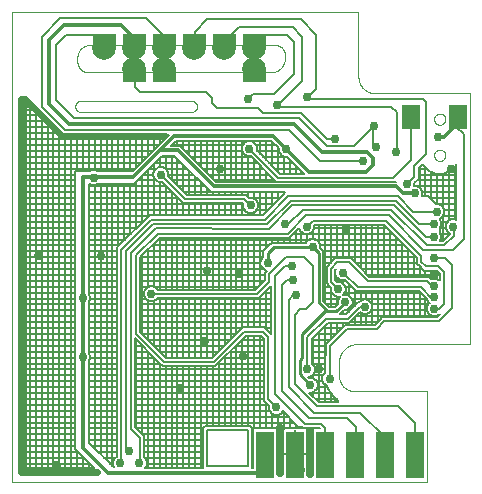
<source format=gbl>
G75*
%MOIN*%
%OFA0B0*%
%FSLAX25Y25*%
%IPPOS*%
%LPD*%
%AMOC8*
5,1,8,0,0,1.08239X$1,22.5*
%
%ADD10C,0.00394*%
%ADD11R,0.03937X0.03937*%
%ADD12R,0.06298X0.06298*%
%ADD13R,0.05906X0.05906*%
%ADD14C,0.00000*%
%ADD15C,0.07913*%
%ADD16C,0.02978*%
%ADD17C,0.00787*%
%ADD18C,0.02400*%
%ADD19C,0.02000*%
%ADD20C,0.02756*%
%ADD21C,0.01000*%
%ADD22C,0.01200*%
%ADD23C,0.00800*%
D10*
X0022784Y0008696D02*
X0160949Y0008696D01*
X0160949Y0038821D01*
X0136952Y0038821D01*
X0136810Y0038823D01*
X0136668Y0038829D01*
X0136526Y0038839D01*
X0136385Y0038852D01*
X0136244Y0038870D01*
X0136103Y0038891D01*
X0135963Y0038917D01*
X0135824Y0038946D01*
X0135686Y0038979D01*
X0135549Y0039016D01*
X0135413Y0039056D01*
X0135278Y0039100D01*
X0135144Y0039148D01*
X0135011Y0039200D01*
X0134880Y0039255D01*
X0134751Y0039314D01*
X0134623Y0039377D01*
X0134498Y0039443D01*
X0134373Y0039512D01*
X0134251Y0039585D01*
X0134131Y0039661D01*
X0134013Y0039740D01*
X0133898Y0039823D01*
X0133785Y0039908D01*
X0133674Y0039997D01*
X0133565Y0040089D01*
X0133459Y0040184D01*
X0133356Y0040282D01*
X0133256Y0040382D01*
X0133158Y0040485D01*
X0133063Y0040591D01*
X0132971Y0040700D01*
X0132882Y0040811D01*
X0132797Y0040924D01*
X0132714Y0041039D01*
X0132635Y0041157D01*
X0132559Y0041277D01*
X0132486Y0041400D01*
X0132417Y0041524D01*
X0132351Y0041649D01*
X0132288Y0041777D01*
X0132229Y0041906D01*
X0132174Y0042037D01*
X0132122Y0042170D01*
X0132074Y0042304D01*
X0132030Y0042439D01*
X0131990Y0042575D01*
X0131953Y0042712D01*
X0131920Y0042850D01*
X0131891Y0042989D01*
X0131865Y0043129D01*
X0131844Y0043270D01*
X0131826Y0043411D01*
X0131813Y0043552D01*
X0131803Y0043694D01*
X0131797Y0043836D01*
X0131795Y0043978D01*
X0131795Y0048540D01*
X0131797Y0048694D01*
X0131803Y0048848D01*
X0131813Y0049001D01*
X0131827Y0049154D01*
X0131844Y0049307D01*
X0131866Y0049459D01*
X0131892Y0049611D01*
X0131921Y0049762D01*
X0131955Y0049912D01*
X0131992Y0050062D01*
X0132033Y0050210D01*
X0132078Y0050357D01*
X0132127Y0050503D01*
X0132179Y0050648D01*
X0132235Y0050791D01*
X0132295Y0050933D01*
X0132358Y0051073D01*
X0132425Y0051211D01*
X0132496Y0051348D01*
X0132570Y0051483D01*
X0132648Y0051616D01*
X0132728Y0051747D01*
X0132813Y0051876D01*
X0132900Y0052002D01*
X0132991Y0052126D01*
X0133085Y0052248D01*
X0133182Y0052368D01*
X0133282Y0052484D01*
X0133385Y0052599D01*
X0133491Y0052710D01*
X0133600Y0052819D01*
X0133711Y0052925D01*
X0133826Y0053028D01*
X0133942Y0053128D01*
X0134062Y0053225D01*
X0134184Y0053319D01*
X0134308Y0053410D01*
X0134434Y0053497D01*
X0134563Y0053582D01*
X0134694Y0053662D01*
X0134827Y0053740D01*
X0134962Y0053814D01*
X0135099Y0053885D01*
X0135237Y0053952D01*
X0135377Y0054015D01*
X0135519Y0054075D01*
X0135662Y0054131D01*
X0135807Y0054183D01*
X0135953Y0054232D01*
X0136100Y0054277D01*
X0136248Y0054318D01*
X0136398Y0054355D01*
X0136548Y0054389D01*
X0136699Y0054418D01*
X0136851Y0054444D01*
X0137003Y0054466D01*
X0137156Y0054483D01*
X0137309Y0054497D01*
X0137462Y0054507D01*
X0137616Y0054513D01*
X0137770Y0054515D01*
X0137770Y0054516D02*
X0175455Y0054516D01*
X0175455Y0138091D01*
X0143886Y0138091D01*
X0143738Y0138093D01*
X0143590Y0138099D01*
X0143443Y0138108D01*
X0143296Y0138122D01*
X0143149Y0138139D01*
X0143002Y0138161D01*
X0142857Y0138186D01*
X0142712Y0138214D01*
X0142568Y0138247D01*
X0142424Y0138283D01*
X0142282Y0138324D01*
X0142141Y0138367D01*
X0142001Y0138415D01*
X0141862Y0138466D01*
X0141725Y0138521D01*
X0141589Y0138579D01*
X0141454Y0138641D01*
X0141322Y0138707D01*
X0141191Y0138775D01*
X0141062Y0138848D01*
X0140935Y0138923D01*
X0140810Y0139002D01*
X0140687Y0139084D01*
X0140566Y0139170D01*
X0140448Y0139258D01*
X0140332Y0139350D01*
X0140218Y0139444D01*
X0140107Y0139542D01*
X0139998Y0139642D01*
X0139892Y0139745D01*
X0139789Y0139851D01*
X0139689Y0139960D01*
X0139591Y0140071D01*
X0139497Y0140185D01*
X0139405Y0140301D01*
X0139317Y0140419D01*
X0139231Y0140540D01*
X0139149Y0140663D01*
X0139070Y0140788D01*
X0138995Y0140915D01*
X0138922Y0141044D01*
X0138854Y0141175D01*
X0138788Y0141307D01*
X0138726Y0141442D01*
X0138668Y0141578D01*
X0138613Y0141715D01*
X0138562Y0141854D01*
X0138514Y0141994D01*
X0138471Y0142135D01*
X0138430Y0142277D01*
X0138394Y0142421D01*
X0138361Y0142565D01*
X0138333Y0142710D01*
X0138308Y0142855D01*
X0138286Y0143002D01*
X0138269Y0143149D01*
X0138255Y0143296D01*
X0138246Y0143443D01*
X0138240Y0143591D01*
X0138238Y0143739D01*
X0138239Y0143739D02*
X0138239Y0165285D01*
X0022784Y0165285D01*
X0022784Y0008696D01*
X0045436Y0131992D02*
X0082738Y0131992D01*
X0082818Y0131994D01*
X0082897Y0132000D01*
X0082977Y0132009D01*
X0083055Y0132022D01*
X0083133Y0132039D01*
X0083210Y0132060D01*
X0083286Y0132084D01*
X0083361Y0132112D01*
X0083435Y0132144D01*
X0083506Y0132178D01*
X0083577Y0132217D01*
X0083645Y0132258D01*
X0083711Y0132303D01*
X0083775Y0132351D01*
X0083836Y0132402D01*
X0083895Y0132455D01*
X0083952Y0132512D01*
X0084005Y0132571D01*
X0084056Y0132632D01*
X0084104Y0132696D01*
X0084149Y0132762D01*
X0084190Y0132831D01*
X0084229Y0132901D01*
X0084263Y0132972D01*
X0084295Y0133046D01*
X0084323Y0133121D01*
X0084347Y0133197D01*
X0084368Y0133274D01*
X0084385Y0133352D01*
X0084398Y0133430D01*
X0084407Y0133510D01*
X0084413Y0133589D01*
X0084415Y0133669D01*
X0084413Y0133755D01*
X0084407Y0133841D01*
X0084398Y0133927D01*
X0084385Y0134013D01*
X0084368Y0134097D01*
X0084348Y0134181D01*
X0084323Y0134264D01*
X0084296Y0134346D01*
X0084264Y0134426D01*
X0084230Y0134505D01*
X0084191Y0134583D01*
X0084150Y0134659D01*
X0084105Y0134732D01*
X0084057Y0134804D01*
X0084006Y0134874D01*
X0083952Y0134941D01*
X0083895Y0135006D01*
X0083835Y0135068D01*
X0083773Y0135128D01*
X0083708Y0135185D01*
X0083641Y0135239D01*
X0083571Y0135290D01*
X0083499Y0135338D01*
X0083426Y0135383D01*
X0083350Y0135424D01*
X0083272Y0135463D01*
X0083193Y0135497D01*
X0083113Y0135529D01*
X0083031Y0135556D01*
X0082948Y0135581D01*
X0082864Y0135601D01*
X0082780Y0135618D01*
X0082694Y0135631D01*
X0082608Y0135640D01*
X0082522Y0135646D01*
X0082436Y0135648D01*
X0081529Y0135648D01*
X0081529Y0135647D01*
X0081528Y0135646D01*
X0081527Y0135646D01*
X0045655Y0135646D01*
X0045656Y0135646D02*
X0045573Y0135644D01*
X0045491Y0135638D01*
X0045409Y0135629D01*
X0045328Y0135616D01*
X0045247Y0135599D01*
X0045167Y0135578D01*
X0045088Y0135554D01*
X0045011Y0135526D01*
X0044934Y0135494D01*
X0044860Y0135459D01*
X0044787Y0135421D01*
X0044715Y0135379D01*
X0044646Y0135334D01*
X0044579Y0135286D01*
X0044515Y0135235D01*
X0044452Y0135180D01*
X0044393Y0135123D01*
X0044336Y0135064D01*
X0044281Y0135002D01*
X0044230Y0134937D01*
X0044182Y0134870D01*
X0044137Y0134801D01*
X0044095Y0134730D01*
X0044057Y0134657D01*
X0044022Y0134582D01*
X0043990Y0134506D01*
X0043962Y0134428D01*
X0043937Y0134350D01*
X0043917Y0134270D01*
X0043900Y0134189D01*
X0043886Y0134108D01*
X0043877Y0134026D01*
X0043871Y0133943D01*
X0043869Y0133861D01*
X0043869Y0133559D01*
X0043871Y0133482D01*
X0043877Y0133405D01*
X0043886Y0133329D01*
X0043899Y0133253D01*
X0043916Y0133178D01*
X0043936Y0133104D01*
X0043961Y0133031D01*
X0043988Y0132959D01*
X0044019Y0132889D01*
X0044054Y0132820D01*
X0044092Y0132753D01*
X0044133Y0132688D01*
X0044177Y0132626D01*
X0044225Y0132565D01*
X0044275Y0132507D01*
X0044328Y0132451D01*
X0044384Y0132398D01*
X0044442Y0132348D01*
X0044503Y0132300D01*
X0044565Y0132256D01*
X0044630Y0132215D01*
X0044697Y0132177D01*
X0044766Y0132142D01*
X0044836Y0132111D01*
X0044908Y0132084D01*
X0044981Y0132059D01*
X0045055Y0132039D01*
X0045130Y0132022D01*
X0045206Y0132009D01*
X0045282Y0132000D01*
X0045359Y0131994D01*
X0045436Y0131992D01*
X0048098Y0145156D02*
X0109088Y0145156D01*
X0109089Y0145156D02*
X0109224Y0145159D01*
X0109360Y0145165D01*
X0109495Y0145176D01*
X0109630Y0145190D01*
X0109764Y0145208D01*
X0109898Y0145230D01*
X0110031Y0145257D01*
X0110163Y0145286D01*
X0110294Y0145320D01*
X0110425Y0145358D01*
X0110554Y0145399D01*
X0110682Y0145444D01*
X0110808Y0145493D01*
X0110933Y0145545D01*
X0111057Y0145602D01*
X0111179Y0145661D01*
X0111299Y0145724D01*
X0111417Y0145791D01*
X0111533Y0145861D01*
X0111647Y0145934D01*
X0111759Y0146011D01*
X0111868Y0146091D01*
X0111976Y0146174D01*
X0112080Y0146260D01*
X0112183Y0146349D01*
X0112282Y0146441D01*
X0112379Y0146536D01*
X0112473Y0146634D01*
X0112564Y0146734D01*
X0112652Y0146837D01*
X0112738Y0146943D01*
X0112820Y0147051D01*
X0112899Y0147161D01*
X0112974Y0147273D01*
X0113047Y0147388D01*
X0113116Y0147505D01*
X0113181Y0147623D01*
X0113243Y0147744D01*
X0113302Y0147866D01*
X0113357Y0147990D01*
X0113408Y0148116D01*
X0113456Y0148243D01*
X0113500Y0148371D01*
X0113540Y0148501D01*
X0113576Y0148631D01*
X0113609Y0148763D01*
X0113638Y0148895D01*
X0113663Y0149029D01*
X0113684Y0149163D01*
X0113701Y0149297D01*
X0113714Y0149432D01*
X0113723Y0149567D01*
X0113729Y0149703D01*
X0113730Y0149839D01*
X0113729Y0149838D02*
X0113729Y0150957D01*
X0113727Y0151069D01*
X0113721Y0151180D01*
X0113712Y0151292D01*
X0113699Y0151403D01*
X0113681Y0151513D01*
X0113661Y0151623D01*
X0113636Y0151732D01*
X0113608Y0151840D01*
X0113576Y0151947D01*
X0113540Y0152053D01*
X0113501Y0152158D01*
X0113458Y0152261D01*
X0113412Y0152363D01*
X0113362Y0152463D01*
X0113309Y0152562D01*
X0113252Y0152658D01*
X0113193Y0152753D01*
X0113130Y0152845D01*
X0113064Y0152935D01*
X0112995Y0153023D01*
X0112923Y0153109D01*
X0112848Y0153192D01*
X0112770Y0153272D01*
X0112690Y0153350D01*
X0112607Y0153425D01*
X0112521Y0153497D01*
X0112433Y0153566D01*
X0112343Y0153632D01*
X0112251Y0153695D01*
X0112156Y0153754D01*
X0112060Y0153811D01*
X0111961Y0153864D01*
X0111861Y0153914D01*
X0111759Y0153960D01*
X0111656Y0154003D01*
X0111551Y0154042D01*
X0111445Y0154078D01*
X0111338Y0154110D01*
X0111230Y0154138D01*
X0111121Y0154163D01*
X0111011Y0154183D01*
X0110901Y0154201D01*
X0110790Y0154214D01*
X0110678Y0154223D01*
X0110567Y0154229D01*
X0110455Y0154231D01*
X0110455Y0154230D02*
X0048720Y0154230D01*
X0048592Y0154228D01*
X0048464Y0154222D01*
X0048337Y0154212D01*
X0048210Y0154199D01*
X0048083Y0154181D01*
X0047957Y0154159D01*
X0047831Y0154134D01*
X0047707Y0154105D01*
X0047583Y0154071D01*
X0047461Y0154035D01*
X0047339Y0153994D01*
X0047219Y0153949D01*
X0047101Y0153901D01*
X0046984Y0153850D01*
X0046868Y0153795D01*
X0046755Y0153736D01*
X0046643Y0153673D01*
X0046533Y0153608D01*
X0046425Y0153539D01*
X0046320Y0153466D01*
X0046217Y0153391D01*
X0046116Y0153312D01*
X0046017Y0153231D01*
X0045921Y0153146D01*
X0045828Y0153058D01*
X0045738Y0152968D01*
X0045650Y0152875D01*
X0045565Y0152779D01*
X0045484Y0152680D01*
X0045405Y0152579D01*
X0045330Y0152476D01*
X0045257Y0152371D01*
X0045188Y0152263D01*
X0045123Y0152153D01*
X0045060Y0152041D01*
X0045001Y0151928D01*
X0044946Y0151812D01*
X0044895Y0151695D01*
X0044847Y0151577D01*
X0044802Y0151457D01*
X0044761Y0151335D01*
X0044725Y0151213D01*
X0044691Y0151089D01*
X0044662Y0150965D01*
X0044637Y0150839D01*
X0044615Y0150713D01*
X0044597Y0150586D01*
X0044584Y0150459D01*
X0044574Y0150332D01*
X0044568Y0150204D01*
X0044566Y0150076D01*
X0044566Y0148688D01*
X0044568Y0148570D01*
X0044574Y0148452D01*
X0044584Y0148334D01*
X0044598Y0148217D01*
X0044615Y0148101D01*
X0044637Y0147984D01*
X0044662Y0147869D01*
X0044691Y0147755D01*
X0044725Y0147642D01*
X0044761Y0147529D01*
X0044802Y0147419D01*
X0044846Y0147309D01*
X0044894Y0147201D01*
X0044946Y0147095D01*
X0045001Y0146991D01*
X0045059Y0146888D01*
X0045121Y0146787D01*
X0045186Y0146689D01*
X0045254Y0146593D01*
X0045326Y0146499D01*
X0045401Y0146408D01*
X0045478Y0146319D01*
X0045559Y0146233D01*
X0045643Y0146149D01*
X0045729Y0146068D01*
X0045818Y0145991D01*
X0045909Y0145916D01*
X0046003Y0145844D01*
X0046099Y0145776D01*
X0046197Y0145711D01*
X0046298Y0145649D01*
X0046401Y0145591D01*
X0046505Y0145536D01*
X0046611Y0145484D01*
X0046719Y0145436D01*
X0046829Y0145392D01*
X0046939Y0145351D01*
X0047052Y0145315D01*
X0047165Y0145281D01*
X0047279Y0145252D01*
X0047394Y0145227D01*
X0047511Y0145205D01*
X0047627Y0145188D01*
X0047744Y0145174D01*
X0047862Y0145164D01*
X0047980Y0145158D01*
X0048098Y0145156D01*
D11*
X0051800Y0155887D03*
X0055343Y0155887D03*
X0061800Y0155887D03*
X0065343Y0155887D03*
X0071800Y0155887D03*
X0075343Y0155887D03*
X0081800Y0155887D03*
X0085343Y0155887D03*
X0091800Y0155887D03*
X0095343Y0155887D03*
X0101800Y0155887D03*
X0105343Y0155887D03*
X0105343Y0143977D03*
X0101800Y0143977D03*
X0075348Y0143977D03*
X0071805Y0143977D03*
X0065348Y0143977D03*
X0061805Y0143977D03*
D12*
X0107127Y0022394D03*
X0107127Y0017729D03*
X0107127Y0013000D03*
X0117127Y0013000D03*
X0117127Y0017729D03*
X0117127Y0022394D03*
X0127127Y0022394D03*
X0127127Y0017729D03*
X0127127Y0013000D03*
X0137127Y0013000D03*
X0137127Y0017729D03*
X0137127Y0022394D03*
X0147127Y0022394D03*
X0147127Y0017729D03*
X0147127Y0013000D03*
X0157127Y0013000D03*
X0157127Y0017729D03*
X0157127Y0022394D03*
D13*
X0155848Y0129383D03*
X0155848Y0131306D03*
X0171535Y0131306D03*
X0171535Y0129383D03*
D14*
X0163466Y0129512D02*
X0163468Y0129598D01*
X0163474Y0129685D01*
X0163484Y0129770D01*
X0163498Y0129856D01*
X0163516Y0129940D01*
X0163537Y0130024D01*
X0163563Y0130106D01*
X0163592Y0130188D01*
X0163625Y0130267D01*
X0163662Y0130346D01*
X0163702Y0130422D01*
X0163746Y0130496D01*
X0163793Y0130569D01*
X0163844Y0130639D01*
X0163897Y0130707D01*
X0163954Y0130772D01*
X0164014Y0130834D01*
X0164076Y0130894D01*
X0164141Y0130951D01*
X0164209Y0131004D01*
X0164279Y0131055D01*
X0164352Y0131102D01*
X0164426Y0131146D01*
X0164502Y0131186D01*
X0164581Y0131223D01*
X0164660Y0131256D01*
X0164742Y0131285D01*
X0164824Y0131311D01*
X0164908Y0131332D01*
X0164992Y0131350D01*
X0165078Y0131364D01*
X0165163Y0131374D01*
X0165250Y0131380D01*
X0165336Y0131382D01*
X0165422Y0131380D01*
X0165509Y0131374D01*
X0165594Y0131364D01*
X0165680Y0131350D01*
X0165764Y0131332D01*
X0165848Y0131311D01*
X0165930Y0131285D01*
X0166012Y0131256D01*
X0166091Y0131223D01*
X0166170Y0131186D01*
X0166246Y0131146D01*
X0166320Y0131102D01*
X0166393Y0131055D01*
X0166463Y0131004D01*
X0166531Y0130951D01*
X0166596Y0130894D01*
X0166658Y0130834D01*
X0166718Y0130772D01*
X0166775Y0130707D01*
X0166828Y0130639D01*
X0166879Y0130569D01*
X0166926Y0130496D01*
X0166970Y0130422D01*
X0167010Y0130346D01*
X0167047Y0130267D01*
X0167080Y0130188D01*
X0167109Y0130106D01*
X0167135Y0130024D01*
X0167156Y0129940D01*
X0167174Y0129856D01*
X0167188Y0129770D01*
X0167198Y0129685D01*
X0167204Y0129598D01*
X0167206Y0129512D01*
X0167204Y0129426D01*
X0167198Y0129339D01*
X0167188Y0129254D01*
X0167174Y0129168D01*
X0167156Y0129084D01*
X0167135Y0129000D01*
X0167109Y0128918D01*
X0167080Y0128836D01*
X0167047Y0128757D01*
X0167010Y0128678D01*
X0166970Y0128602D01*
X0166926Y0128528D01*
X0166879Y0128455D01*
X0166828Y0128385D01*
X0166775Y0128317D01*
X0166718Y0128252D01*
X0166658Y0128190D01*
X0166596Y0128130D01*
X0166531Y0128073D01*
X0166463Y0128020D01*
X0166393Y0127969D01*
X0166320Y0127922D01*
X0166246Y0127878D01*
X0166170Y0127838D01*
X0166091Y0127801D01*
X0166012Y0127768D01*
X0165930Y0127739D01*
X0165848Y0127713D01*
X0165764Y0127692D01*
X0165680Y0127674D01*
X0165594Y0127660D01*
X0165509Y0127650D01*
X0165422Y0127644D01*
X0165336Y0127642D01*
X0165250Y0127644D01*
X0165163Y0127650D01*
X0165078Y0127660D01*
X0164992Y0127674D01*
X0164908Y0127692D01*
X0164824Y0127713D01*
X0164742Y0127739D01*
X0164660Y0127768D01*
X0164581Y0127801D01*
X0164502Y0127838D01*
X0164426Y0127878D01*
X0164352Y0127922D01*
X0164279Y0127969D01*
X0164209Y0128020D01*
X0164141Y0128073D01*
X0164076Y0128130D01*
X0164014Y0128190D01*
X0163954Y0128252D01*
X0163897Y0128317D01*
X0163844Y0128385D01*
X0163793Y0128455D01*
X0163746Y0128528D01*
X0163702Y0128602D01*
X0163662Y0128678D01*
X0163625Y0128757D01*
X0163592Y0128836D01*
X0163563Y0128918D01*
X0163537Y0129000D01*
X0163516Y0129084D01*
X0163498Y0129168D01*
X0163484Y0129254D01*
X0163474Y0129339D01*
X0163468Y0129426D01*
X0163466Y0129512D01*
X0163466Y0117480D02*
X0163468Y0117566D01*
X0163474Y0117653D01*
X0163484Y0117738D01*
X0163498Y0117824D01*
X0163516Y0117908D01*
X0163537Y0117992D01*
X0163563Y0118074D01*
X0163592Y0118156D01*
X0163625Y0118235D01*
X0163662Y0118314D01*
X0163702Y0118390D01*
X0163746Y0118464D01*
X0163793Y0118537D01*
X0163844Y0118607D01*
X0163897Y0118675D01*
X0163954Y0118740D01*
X0164014Y0118802D01*
X0164076Y0118862D01*
X0164141Y0118919D01*
X0164209Y0118972D01*
X0164279Y0119023D01*
X0164352Y0119070D01*
X0164426Y0119114D01*
X0164502Y0119154D01*
X0164581Y0119191D01*
X0164660Y0119224D01*
X0164742Y0119253D01*
X0164824Y0119279D01*
X0164908Y0119300D01*
X0164992Y0119318D01*
X0165078Y0119332D01*
X0165163Y0119342D01*
X0165250Y0119348D01*
X0165336Y0119350D01*
X0165422Y0119348D01*
X0165509Y0119342D01*
X0165594Y0119332D01*
X0165680Y0119318D01*
X0165764Y0119300D01*
X0165848Y0119279D01*
X0165930Y0119253D01*
X0166012Y0119224D01*
X0166091Y0119191D01*
X0166170Y0119154D01*
X0166246Y0119114D01*
X0166320Y0119070D01*
X0166393Y0119023D01*
X0166463Y0118972D01*
X0166531Y0118919D01*
X0166596Y0118862D01*
X0166658Y0118802D01*
X0166718Y0118740D01*
X0166775Y0118675D01*
X0166828Y0118607D01*
X0166879Y0118537D01*
X0166926Y0118464D01*
X0166970Y0118390D01*
X0167010Y0118314D01*
X0167047Y0118235D01*
X0167080Y0118156D01*
X0167109Y0118074D01*
X0167135Y0117992D01*
X0167156Y0117908D01*
X0167174Y0117824D01*
X0167188Y0117738D01*
X0167198Y0117653D01*
X0167204Y0117566D01*
X0167206Y0117480D01*
X0167204Y0117394D01*
X0167198Y0117307D01*
X0167188Y0117222D01*
X0167174Y0117136D01*
X0167156Y0117052D01*
X0167135Y0116968D01*
X0167109Y0116886D01*
X0167080Y0116804D01*
X0167047Y0116725D01*
X0167010Y0116646D01*
X0166970Y0116570D01*
X0166926Y0116496D01*
X0166879Y0116423D01*
X0166828Y0116353D01*
X0166775Y0116285D01*
X0166718Y0116220D01*
X0166658Y0116158D01*
X0166596Y0116098D01*
X0166531Y0116041D01*
X0166463Y0115988D01*
X0166393Y0115937D01*
X0166320Y0115890D01*
X0166246Y0115846D01*
X0166170Y0115806D01*
X0166091Y0115769D01*
X0166012Y0115736D01*
X0165930Y0115707D01*
X0165848Y0115681D01*
X0165764Y0115660D01*
X0165680Y0115642D01*
X0165594Y0115628D01*
X0165509Y0115618D01*
X0165422Y0115612D01*
X0165336Y0115610D01*
X0165250Y0115612D01*
X0165163Y0115618D01*
X0165078Y0115628D01*
X0164992Y0115642D01*
X0164908Y0115660D01*
X0164824Y0115681D01*
X0164742Y0115707D01*
X0164660Y0115736D01*
X0164581Y0115769D01*
X0164502Y0115806D01*
X0164426Y0115846D01*
X0164352Y0115890D01*
X0164279Y0115937D01*
X0164209Y0115988D01*
X0164141Y0116041D01*
X0164076Y0116098D01*
X0164014Y0116158D01*
X0163954Y0116220D01*
X0163897Y0116285D01*
X0163844Y0116353D01*
X0163793Y0116423D01*
X0163746Y0116496D01*
X0163702Y0116570D01*
X0163662Y0116646D01*
X0163625Y0116725D01*
X0163592Y0116804D01*
X0163563Y0116886D01*
X0163537Y0116968D01*
X0163516Y0117052D01*
X0163498Y0117136D01*
X0163484Y0117222D01*
X0163474Y0117307D01*
X0163468Y0117394D01*
X0163466Y0117480D01*
D15*
X0103574Y0146342D03*
X0103574Y0153137D03*
X0093574Y0153137D03*
X0083574Y0153137D03*
X0073574Y0153137D03*
X0073574Y0146342D03*
X0063574Y0146342D03*
X0063574Y0153137D03*
X0053574Y0153137D03*
D16*
X0028189Y0134660D03*
X0049977Y0110061D03*
X0072391Y0111059D03*
X0092146Y0112762D03*
X0101842Y0119647D03*
X0114136Y0119504D03*
X0110952Y0134111D03*
X0101506Y0136216D03*
X0121241Y0136920D03*
X0130276Y0123010D03*
X0139832Y0115620D03*
X0144044Y0120114D03*
X0150737Y0118539D03*
X0143280Y0127150D03*
X0154280Y0107909D03*
X0156996Y0104833D03*
X0164328Y0098684D03*
X0163343Y0094661D03*
X0163343Y0090309D03*
X0163335Y0083263D03*
X0163572Y0077673D03*
X0163572Y0073893D03*
X0163572Y0070114D03*
X0163572Y0066334D03*
X0140423Y0066938D03*
X0133808Y0068539D03*
X0131446Y0072870D03*
X0133021Y0078382D03*
X0122949Y0087025D03*
X0115968Y0080731D03*
X0116306Y0075886D03*
X0117529Y0071014D03*
X0108054Y0081526D03*
X0098550Y0077877D03*
X0087891Y0078814D03*
X0069241Y0071295D03*
X0052312Y0083893D03*
X0046274Y0069896D03*
X0031446Y0083893D03*
X0046266Y0050160D03*
X0078844Y0040034D03*
X0087022Y0055408D03*
X0099634Y0050480D03*
X0110857Y0033496D03*
X0122163Y0040859D03*
X0121209Y0046098D03*
X0125202Y0046262D03*
X0128690Y0042948D03*
X0106934Y0013418D03*
X0119092Y0012605D03*
X0065256Y0014854D03*
X0061871Y0018958D03*
X0058757Y0014740D03*
X0037785Y0014313D03*
X0113657Y0094594D03*
X0121008Y0093729D03*
X0134132Y0093019D03*
X0102312Y0100822D03*
X0164759Y0123504D03*
X0168995Y0112861D03*
X0169871Y0093736D03*
D17*
X0170015Y0093682D02*
X0170015Y0090566D01*
X0166901Y0087452D01*
X0161048Y0087452D01*
X0149210Y0099290D01*
X0119694Y0099290D01*
X0114834Y0094430D01*
X0113838Y0094430D01*
X0114642Y0091383D02*
X0071370Y0091383D01*
X0064108Y0084121D01*
X0064108Y0058038D01*
X0073584Y0048562D01*
X0089927Y0048562D01*
X0100056Y0058690D01*
X0106293Y0058690D01*
X0108230Y0056753D01*
X0108230Y0036182D01*
X0110788Y0033624D01*
X0108400Y0034051D02*
X0108374Y0033989D01*
X0108374Y0033002D01*
X0108752Y0032089D01*
X0109451Y0031391D01*
X0110363Y0031013D01*
X0111351Y0031013D01*
X0112263Y0031391D01*
X0112949Y0032076D01*
X0117958Y0027067D01*
X0119307Y0027067D01*
X0119837Y0026536D01*
X0113567Y0026536D01*
X0112985Y0025954D01*
X0112985Y0013287D01*
X0111270Y0013287D01*
X0111270Y0025954D01*
X0110688Y0026536D01*
X0103567Y0026536D01*
X0102985Y0025954D01*
X0102985Y0013300D01*
X0102799Y0013300D01*
X0102838Y0013339D01*
X0102838Y0025309D01*
X0102838Y0026464D01*
X0102022Y0027280D01*
X0087097Y0027280D01*
X0086281Y0026464D01*
X0086281Y0014494D01*
X0086281Y0014494D01*
X0086281Y0014061D01*
X0086281Y0013339D01*
X0086320Y0013300D01*
X0067213Y0013300D01*
X0067360Y0013447D01*
X0067738Y0014360D01*
X0067738Y0015347D01*
X0067360Y0016260D01*
X0066787Y0016833D01*
X0066787Y0023924D01*
X0065974Y0024737D01*
X0063774Y0026938D01*
X0063774Y0056411D01*
X0072197Y0047988D01*
X0073010Y0047175D01*
X0090502Y0047175D01*
X0100630Y0057303D01*
X0105718Y0057303D01*
X0106843Y0056179D01*
X0106843Y0035608D01*
X0108400Y0034051D01*
X0108163Y0034287D02*
X0063774Y0034287D01*
X0063774Y0032319D02*
X0108657Y0032319D01*
X0109398Y0031443D02*
X0109398Y0026536D01*
X0110811Y0026413D02*
X0113444Y0026413D01*
X0113335Y0026305D02*
X0113335Y0031689D01*
X0114675Y0030350D02*
X0063774Y0030350D01*
X0063774Y0028382D02*
X0116643Y0028382D01*
X0117272Y0027752D02*
X0117272Y0026536D01*
X0117167Y0026037D02*
X0117167Y0023453D01*
X0115304Y0026536D02*
X0115304Y0029721D01*
X0112179Y0026454D02*
X0125268Y0026478D01*
X0125743Y0027913D02*
X0120422Y0027913D01*
X0110373Y0037963D01*
X0110373Y0077384D01*
X0113723Y0080734D01*
X0116087Y0080734D01*
X0114184Y0083562D02*
X0120213Y0083562D01*
X0123051Y0080724D01*
X0123051Y0068541D01*
X0120686Y0066176D01*
X0118913Y0066176D01*
X0117021Y0064285D01*
X0117021Y0041220D01*
X0124471Y0033770D01*
X0151546Y0033770D01*
X0157223Y0028093D01*
X0157223Y0023007D01*
X0147024Y0023479D02*
X0138845Y0031658D01*
X0123477Y0031658D01*
X0115004Y0040132D01*
X0115004Y0069402D01*
X0116580Y0070978D01*
X0117467Y0070978D01*
X0116284Y0075906D02*
X0114413Y0075906D01*
X0112737Y0074231D01*
X0112737Y0039048D01*
X0121901Y0029884D01*
X0134413Y0029884D01*
X0137270Y0027027D01*
X0137270Y0022887D01*
X0127122Y0023380D02*
X0127122Y0026534D01*
X0125743Y0027913D01*
X0123556Y0026526D02*
X0122985Y0025954D01*
X0122985Y0013287D01*
X0121497Y0013287D01*
X0121270Y0013835D01*
X0121270Y0025954D01*
X0120698Y0026526D01*
X0123556Y0026526D01*
X0123444Y0026413D02*
X0120811Y0026413D01*
X0121209Y0026526D02*
X0121209Y0026015D01*
X0121270Y0024445D02*
X0122985Y0024445D01*
X0123178Y0026147D02*
X0123178Y0026526D01*
X0119241Y0026536D02*
X0119241Y0027067D01*
X0121270Y0022476D02*
X0122985Y0022476D01*
X0122985Y0020508D02*
X0121270Y0020508D01*
X0121270Y0018539D02*
X0122985Y0018539D01*
X0122985Y0016570D02*
X0121270Y0016570D01*
X0120767Y0017942D02*
X0113562Y0017942D01*
X0112985Y0018539D02*
X0111270Y0018539D01*
X0111270Y0016570D02*
X0112985Y0016570D01*
X0112985Y0014602D02*
X0111270Y0014602D01*
X0111367Y0013287D02*
X0111367Y0031020D01*
X0107430Y0035020D02*
X0107430Y0026536D01*
X0105461Y0026536D02*
X0105461Y0057303D01*
X0106843Y0055941D02*
X0099268Y0055941D01*
X0099556Y0056229D02*
X0099556Y0027280D01*
X0101524Y0027280D02*
X0101524Y0057303D01*
X0103493Y0057303D02*
X0103493Y0026462D01*
X0103444Y0026413D02*
X0102838Y0026413D01*
X0102838Y0024445D02*
X0102985Y0024445D01*
X0102985Y0022476D02*
X0102838Y0022476D01*
X0102838Y0020508D02*
X0102985Y0020508D01*
X0102985Y0018539D02*
X0102838Y0018539D01*
X0102838Y0016570D02*
X0102985Y0016570D01*
X0102985Y0014602D02*
X0102838Y0014602D01*
X0111270Y0020508D02*
X0112985Y0020508D01*
X0112985Y0022476D02*
X0111270Y0022476D01*
X0111270Y0024445D02*
X0112985Y0024445D01*
X0121270Y0014602D02*
X0122985Y0014602D01*
X0125046Y0035157D02*
X0121826Y0038377D01*
X0122657Y0038377D01*
X0123569Y0038755D01*
X0124268Y0039453D01*
X0124645Y0040365D01*
X0124645Y0041353D01*
X0124268Y0042266D01*
X0123569Y0042964D01*
X0122657Y0043342D01*
X0121780Y0043342D01*
X0121715Y0043407D01*
X0121715Y0043620D01*
X0122616Y0043993D01*
X0123314Y0044692D01*
X0123692Y0045604D01*
X0123692Y0046592D01*
X0123314Y0047504D01*
X0122638Y0048180D01*
X0122638Y0056195D01*
X0128083Y0061640D01*
X0135170Y0061640D01*
X0138690Y0065160D01*
X0139017Y0064833D01*
X0139929Y0064455D01*
X0140917Y0064455D01*
X0141829Y0064833D01*
X0142528Y0065531D01*
X0142906Y0066444D01*
X0142906Y0067432D01*
X0142528Y0068344D01*
X0141829Y0069042D01*
X0140917Y0069420D01*
X0139929Y0069420D01*
X0139017Y0069042D01*
X0138398Y0068424D01*
X0138030Y0068424D01*
X0137821Y0068215D01*
X0137744Y0068215D01*
X0133943Y0064415D01*
X0131926Y0064415D01*
X0133568Y0066056D01*
X0134302Y0066056D01*
X0135214Y0066434D01*
X0135913Y0067133D01*
X0136291Y0068045D01*
X0136291Y0069033D01*
X0135913Y0069945D01*
X0135214Y0070644D01*
X0134302Y0071022D01*
X0133314Y0071022D01*
X0132963Y0070876D01*
X0133550Y0071463D01*
X0133928Y0072376D01*
X0133928Y0073364D01*
X0133550Y0074276D01*
X0132852Y0074974D01*
X0131940Y0075352D01*
X0131000Y0075352D01*
X0130379Y0075973D01*
X0130379Y0079100D01*
X0130809Y0079531D01*
X0130538Y0078875D01*
X0130538Y0077888D01*
X0130916Y0076975D01*
X0131614Y0076277D01*
X0132527Y0075899D01*
X0133514Y0075899D01*
X0133622Y0075944D01*
X0136674Y0072892D01*
X0137487Y0072079D01*
X0158586Y0072079D01*
X0161120Y0069545D01*
X0161467Y0068707D01*
X0161950Y0068224D01*
X0161467Y0067741D01*
X0161089Y0066828D01*
X0161089Y0065840D01*
X0161467Y0064928D01*
X0162165Y0064230D01*
X0163078Y0063852D01*
X0164066Y0063852D01*
X0164978Y0064230D01*
X0165412Y0064664D01*
X0165412Y0064573D01*
X0164378Y0063539D01*
X0146218Y0063539D01*
X0145406Y0062726D01*
X0143727Y0061048D01*
X0133869Y0061048D01*
X0133057Y0060235D01*
X0127453Y0054631D01*
X0127453Y0050977D01*
X0127205Y0050214D01*
X0127205Y0044974D01*
X0126585Y0044355D01*
X0126207Y0043442D01*
X0126207Y0042455D01*
X0126585Y0041542D01*
X0127283Y0040844D01*
X0127789Y0040634D01*
X0128159Y0039497D01*
X0129974Y0036999D01*
X0131312Y0036027D01*
X0131312Y0035240D01*
X0124963Y0035240D01*
X0121826Y0038377D01*
X0122657Y0038377D01*
X0123569Y0038755D01*
X0124268Y0039453D01*
X0124645Y0040365D01*
X0124645Y0041353D01*
X0124268Y0042266D01*
X0123569Y0042964D01*
X0122657Y0043342D01*
X0121780Y0043342D01*
X0121507Y0043615D01*
X0121703Y0043615D01*
X0122616Y0043993D01*
X0123314Y0044692D01*
X0123692Y0045604D01*
X0123692Y0046592D01*
X0123314Y0047504D01*
X0122638Y0048180D01*
X0122638Y0056195D01*
X0128083Y0061640D01*
X0135170Y0061640D01*
X0138690Y0065160D01*
X0139017Y0064833D01*
X0139929Y0064455D01*
X0140917Y0064455D01*
X0141829Y0064833D01*
X0142528Y0065531D01*
X0142906Y0066444D01*
X0142906Y0067432D01*
X0142528Y0068344D01*
X0141829Y0069042D01*
X0140917Y0069420D01*
X0139929Y0069420D01*
X0139017Y0069042D01*
X0138398Y0068424D01*
X0138030Y0068424D01*
X0137217Y0067611D01*
X0134021Y0064415D01*
X0131926Y0064415D01*
X0133568Y0066056D01*
X0134302Y0066056D01*
X0135214Y0066434D01*
X0135913Y0067133D01*
X0136291Y0068045D01*
X0136291Y0069033D01*
X0135913Y0069945D01*
X0135214Y0070644D01*
X0134302Y0071022D01*
X0133314Y0071022D01*
X0132963Y0070876D01*
X0133550Y0071463D01*
X0133928Y0072376D01*
X0133928Y0073364D01*
X0133550Y0074276D01*
X0132852Y0074974D01*
X0131940Y0075352D01*
X0131000Y0075352D01*
X0130379Y0075973D01*
X0130379Y0079100D01*
X0130724Y0079445D01*
X0130774Y0079445D01*
X0130538Y0078875D01*
X0130538Y0077888D01*
X0130916Y0076975D01*
X0131614Y0076277D01*
X0132527Y0075899D01*
X0133514Y0075899D01*
X0133622Y0075944D01*
X0136674Y0072892D01*
X0137487Y0072079D01*
X0158586Y0072079D01*
X0161120Y0069545D01*
X0161467Y0068707D01*
X0161950Y0068224D01*
X0161467Y0067741D01*
X0161089Y0066828D01*
X0161089Y0065840D01*
X0161467Y0064928D01*
X0162165Y0064230D01*
X0163078Y0063852D01*
X0164066Y0063852D01*
X0164493Y0064029D01*
X0164493Y0063654D01*
X0164378Y0063539D01*
X0146218Y0063539D01*
X0145406Y0062726D01*
X0143727Y0061048D01*
X0133869Y0061048D01*
X0133057Y0060235D01*
X0127453Y0054631D01*
X0127453Y0050977D01*
X0127205Y0050214D01*
X0127205Y0044974D01*
X0126585Y0044355D01*
X0126207Y0043442D01*
X0126207Y0042455D01*
X0126585Y0041542D01*
X0127283Y0040844D01*
X0127789Y0040634D01*
X0128159Y0039497D01*
X0128159Y0039497D01*
X0129974Y0036999D01*
X0129974Y0036999D01*
X0130495Y0036620D01*
X0130495Y0035157D01*
X0125046Y0035157D01*
X0125147Y0035157D02*
X0125147Y0058703D01*
X0125147Y0035240D01*
X0123948Y0036256D02*
X0130997Y0036256D01*
X0131052Y0036216D02*
X0131052Y0035240D01*
X0130495Y0036256D02*
X0123948Y0036256D01*
X0123178Y0037025D02*
X0123178Y0038593D01*
X0123178Y0037025D01*
X0121979Y0038224D02*
X0129084Y0038224D01*
X0121979Y0038224D01*
X0124574Y0040193D02*
X0127933Y0040193D01*
X0124574Y0040193D01*
X0124311Y0042161D02*
X0126329Y0042161D01*
X0124311Y0042161D01*
X0123178Y0043126D02*
X0123178Y0044556D01*
X0123178Y0043126D01*
X0122752Y0044130D02*
X0126492Y0044130D01*
X0122752Y0044130D01*
X0123692Y0046098D02*
X0127205Y0046098D01*
X0123692Y0046098D01*
X0123178Y0047641D02*
X0123178Y0056734D01*
X0123178Y0047641D01*
X0122752Y0048067D02*
X0127205Y0048067D01*
X0122752Y0048067D01*
X0122638Y0050035D02*
X0127205Y0050035D01*
X0122638Y0050035D01*
X0122638Y0052004D02*
X0127453Y0052004D01*
X0122638Y0052004D01*
X0122638Y0053972D02*
X0127453Y0053972D01*
X0122638Y0053972D01*
X0122638Y0055941D02*
X0128762Y0055941D01*
X0122638Y0055941D01*
X0121251Y0056769D02*
X0127509Y0063027D01*
X0134595Y0063027D01*
X0138604Y0067036D01*
X0140452Y0067036D01*
X0140895Y0069420D02*
X0140895Y0072079D01*
X0140895Y0069420D01*
X0138926Y0068952D02*
X0138926Y0072079D01*
X0138926Y0068952D01*
X0137358Y0067752D02*
X0136169Y0067752D01*
X0137280Y0067752D01*
X0136958Y0067429D02*
X0136958Y0072608D01*
X0136958Y0067351D01*
X0134989Y0066341D02*
X0134989Y0065460D01*
X0134989Y0065383D02*
X0134989Y0066341D01*
X0135312Y0065783D02*
X0133295Y0065783D01*
X0135389Y0065783D01*
X0133021Y0065509D02*
X0133021Y0064415D01*
X0133021Y0065509D01*
X0131039Y0067752D02*
X0127716Y0067752D01*
X0127115Y0068353D02*
X0127115Y0094319D01*
X0125147Y0094319D02*
X0125147Y0088207D01*
X0125054Y0088431D02*
X0124355Y0089130D01*
X0123443Y0089508D01*
X0122455Y0089508D01*
X0121543Y0089130D01*
X0120844Y0088431D01*
X0120801Y0088327D01*
X0109326Y0088327D01*
X0108451Y0087452D01*
X0107410Y0086411D01*
X0106535Y0085536D01*
X0106535Y0083518D01*
X0105949Y0082932D01*
X0105571Y0082020D01*
X0105571Y0081032D01*
X0105949Y0080120D01*
X0106648Y0079421D01*
X0107560Y0079043D01*
X0107669Y0079043D01*
X0107669Y0079009D01*
X0107002Y0078342D01*
X0107002Y0075740D01*
X0103794Y0072531D01*
X0071416Y0072531D01*
X0071346Y0072701D01*
X0070647Y0073400D01*
X0069735Y0073778D01*
X0068747Y0073778D01*
X0067835Y0073400D01*
X0067136Y0072701D01*
X0066758Y0071789D01*
X0066758Y0070801D01*
X0067136Y0069889D01*
X0067835Y0069190D01*
X0068747Y0068812D01*
X0069735Y0068812D01*
X0070647Y0069190D01*
X0071213Y0069756D01*
X0104943Y0069756D01*
X0108964Y0073778D01*
X0108985Y0073799D01*
X0108985Y0057960D01*
X0108805Y0058141D01*
X0106868Y0060078D01*
X0099481Y0060078D01*
X0098668Y0059265D01*
X0089353Y0049950D01*
X0074159Y0049950D01*
X0065496Y0058613D01*
X0065496Y0083547D01*
X0071945Y0089996D01*
X0115217Y0089996D01*
X0116030Y0090808D01*
X0118525Y0093303D01*
X0118525Y0093236D01*
X0118903Y0092323D01*
X0119601Y0091625D01*
X0120514Y0091247D01*
X0121501Y0091247D01*
X0122414Y0091625D01*
X0123112Y0092323D01*
X0123490Y0093236D01*
X0123490Y0094126D01*
X0123683Y0094319D01*
X0146787Y0094319D01*
X0157864Y0083242D01*
X0157864Y0081321D01*
X0158677Y0080508D01*
X0160118Y0079067D01*
X0164320Y0079067D01*
X0165429Y0077958D01*
X0165429Y0075972D01*
X0165217Y0075760D01*
X0164978Y0075998D01*
X0164066Y0076376D01*
X0163078Y0076376D01*
X0162559Y0076161D01*
X0162464Y0076257D01*
X0162464Y0076259D01*
X0162060Y0076663D01*
X0161654Y0077070D01*
X0161652Y0077070D01*
X0161651Y0077071D01*
X0161079Y0077071D01*
X0160504Y0077072D01*
X0160503Y0077071D01*
X0141880Y0077071D01*
X0138360Y0080591D01*
X0138360Y0080591D01*
X0138360Y0080592D01*
X0137962Y0080989D01*
X0135723Y0083228D01*
X0130583Y0083228D01*
X0129770Y0082416D01*
X0127604Y0080249D01*
X0127604Y0074824D01*
X0128417Y0074011D01*
X0128993Y0073435D01*
X0128963Y0073364D01*
X0128963Y0072376D01*
X0129341Y0071463D01*
X0130039Y0070765D01*
X0130952Y0070387D01*
X0131940Y0070387D01*
X0132290Y0070532D01*
X0131703Y0069945D01*
X0131325Y0069033D01*
X0131325Y0068045D01*
X0131327Y0068040D01*
X0130294Y0067007D01*
X0128461Y0067007D01*
X0126421Y0069047D01*
X0126421Y0085605D01*
X0125432Y0086594D01*
X0125432Y0087519D01*
X0125054Y0088431D01*
X0125432Y0087437D02*
X0153670Y0087437D01*
X0152706Y0088401D02*
X0152706Y0077071D01*
X0154674Y0077071D02*
X0154674Y0086432D01*
X0155638Y0085468D02*
X0126421Y0085468D01*
X0126421Y0083500D02*
X0157607Y0083500D01*
X0156643Y0084464D02*
X0156643Y0077071D01*
X0158611Y0077071D02*
X0158611Y0080574D01*
X0157864Y0081531D02*
X0137420Y0081531D01*
X0136958Y0081994D02*
X0136958Y0094319D01*
X0138926Y0094319D02*
X0138926Y0080025D01*
X0139389Y0079563D02*
X0159622Y0079563D01*
X0160580Y0079067D02*
X0160580Y0077072D01*
X0161076Y0075684D02*
X0163105Y0073648D01*
X0162548Y0076172D02*
X0162548Y0079067D01*
X0164517Y0078871D02*
X0164517Y0076189D01*
X0165429Y0077594D02*
X0141357Y0077594D01*
X0140895Y0078057D02*
X0140895Y0094319D01*
X0142863Y0094319D02*
X0142863Y0077071D01*
X0144832Y0077071D02*
X0144832Y0094319D01*
X0146800Y0094306D02*
X0146800Y0077071D01*
X0148769Y0077071D02*
X0148769Y0092338D01*
X0149733Y0091374D02*
X0121808Y0091374D01*
X0121209Y0091247D02*
X0121209Y0088796D01*
X0122208Y0089405D02*
X0071354Y0089405D01*
X0071997Y0089996D02*
X0071997Y0072531D01*
X0073965Y0072531D02*
X0073965Y0089996D01*
X0075934Y0089996D02*
X0075934Y0072531D01*
X0077902Y0072531D02*
X0077902Y0089996D01*
X0079871Y0089996D02*
X0079871Y0072531D01*
X0081839Y0072531D02*
X0081839Y0089996D01*
X0083808Y0089996D02*
X0083808Y0072531D01*
X0085776Y0072531D02*
X0085776Y0089996D01*
X0087745Y0089996D02*
X0087745Y0072531D01*
X0089713Y0072531D02*
X0089713Y0089996D01*
X0091682Y0089996D02*
X0091682Y0072531D01*
X0093650Y0072531D02*
X0093650Y0089996D01*
X0095619Y0089996D02*
X0095619Y0072531D01*
X0097587Y0072531D02*
X0097587Y0089996D01*
X0099556Y0089996D02*
X0099556Y0072531D01*
X0101524Y0072531D02*
X0101524Y0089996D01*
X0103493Y0089996D02*
X0103493Y0072531D01*
X0104368Y0071144D02*
X0108390Y0075165D01*
X0108390Y0077768D01*
X0114184Y0083562D01*
X0113335Y0088327D02*
X0113335Y0089996D01*
X0114642Y0091383D02*
X0120767Y0097508D01*
X0148323Y0097508D01*
X0159912Y0085919D01*
X0169638Y0085919D01*
X0173286Y0089567D01*
X0173286Y0124428D01*
X0170837Y0126877D01*
X0170837Y0128679D01*
X0160896Y0135241D02*
X0160896Y0117768D01*
X0156918Y0113790D01*
X0156918Y0110243D01*
X0154410Y0107735D01*
X0156722Y0107316D02*
X0156763Y0107415D01*
X0156763Y0108126D01*
X0158305Y0109668D01*
X0158305Y0113215D01*
X0159732Y0114641D01*
X0160025Y0113932D01*
X0161788Y0112170D01*
X0164090Y0111216D01*
X0166582Y0111216D01*
X0168884Y0112170D01*
X0170646Y0113932D01*
X0170865Y0114461D01*
X0170865Y0096011D01*
X0170365Y0096219D01*
X0169377Y0096219D01*
X0168465Y0095841D01*
X0167766Y0095142D01*
X0167388Y0094230D01*
X0167388Y0093242D01*
X0167766Y0092330D01*
X0168465Y0091631D01*
X0168627Y0091564D01*
X0168627Y0091141D01*
X0166326Y0088839D01*
X0165384Y0088839D01*
X0165448Y0088903D01*
X0165826Y0089815D01*
X0165826Y0090803D01*
X0165448Y0091715D01*
X0165304Y0091859D01*
X0165304Y0093110D01*
X0165448Y0093254D01*
X0165826Y0094167D01*
X0165826Y0095155D01*
X0165448Y0096067D01*
X0165304Y0096211D01*
X0165304Y0096401D01*
X0165735Y0096579D01*
X0166433Y0097278D01*
X0166811Y0098190D01*
X0166811Y0099178D01*
X0166433Y0100090D01*
X0165735Y0100789D01*
X0164822Y0101167D01*
X0164173Y0101167D01*
X0161367Y0103972D01*
X0159326Y0103972D01*
X0159478Y0104339D01*
X0159478Y0105327D01*
X0159100Y0106240D01*
X0158402Y0106938D01*
X0157490Y0107316D01*
X0156722Y0107316D01*
X0157958Y0107122D02*
X0170865Y0107122D01*
X0170865Y0109090D02*
X0157727Y0109090D01*
X0158305Y0111059D02*
X0170865Y0111059D01*
X0170865Y0113027D02*
X0169741Y0113027D01*
X0170422Y0113708D02*
X0170422Y0096195D01*
X0170865Y0097279D02*
X0166434Y0097279D01*
X0166485Y0097403D02*
X0166485Y0088998D01*
X0166892Y0089405D02*
X0165656Y0089405D01*
X0165590Y0091374D02*
X0168627Y0091374D01*
X0168454Y0091642D02*
X0168454Y0090967D01*
X0167388Y0093342D02*
X0165484Y0093342D01*
X0165761Y0095311D02*
X0167935Y0095311D01*
X0168454Y0095830D02*
X0168454Y0111992D01*
X0166485Y0111216D02*
X0166485Y0099965D01*
X0166782Y0099248D02*
X0170865Y0099248D01*
X0170865Y0101216D02*
X0164123Y0101216D01*
X0164517Y0101167D02*
X0164517Y0111216D01*
X0162548Y0111855D02*
X0162548Y0102791D01*
X0162154Y0103185D02*
X0170865Y0103185D01*
X0170865Y0105153D02*
X0159478Y0105153D01*
X0160580Y0103972D02*
X0160580Y0113378D01*
X0160930Y0113027D02*
X0158305Y0113027D01*
X0158611Y0113521D02*
X0158611Y0106729D01*
X0151326Y0103813D02*
X0114884Y0103813D01*
X0107077Y0096007D01*
X0069075Y0096007D01*
X0059108Y0086039D01*
X0059108Y0015001D01*
X0058687Y0014581D01*
X0056597Y0013467D02*
X0048544Y0021520D01*
X0048544Y0049172D01*
X0048748Y0049666D01*
X0048748Y0050653D01*
X0048544Y0051147D01*
X0048544Y0068888D01*
X0048757Y0069403D01*
X0048757Y0070390D01*
X0048544Y0070905D01*
X0048544Y0107920D01*
X0048659Y0107920D01*
X0049484Y0107579D01*
X0050471Y0107579D01*
X0051296Y0107920D01*
X0063360Y0107920D01*
X0072798Y0117358D01*
X0076868Y0117358D01*
X0089130Y0105095D01*
X0113396Y0105095D01*
X0113698Y0104793D01*
X0106578Y0097673D01*
X0068733Y0097673D01*
X0057831Y0086771D01*
X0057831Y0086725D01*
X0057720Y0086614D01*
X0057720Y0016997D01*
X0057350Y0016844D01*
X0056652Y0016146D01*
X0056274Y0015233D01*
X0056274Y0014246D01*
X0056597Y0013467D01*
X0056249Y0013815D02*
X0056249Y0107920D01*
X0058217Y0107920D02*
X0058217Y0087158D01*
X0058496Y0087437D02*
X0048544Y0087437D01*
X0048544Y0089405D02*
X0060465Y0089405D01*
X0060186Y0089126D02*
X0060186Y0107920D01*
X0062154Y0107920D02*
X0062154Y0091095D01*
X0062433Y0091374D02*
X0048544Y0091374D01*
X0048544Y0093342D02*
X0064402Y0093342D01*
X0064123Y0093063D02*
X0064123Y0108683D01*
X0064530Y0109090D02*
X0070848Y0109090D01*
X0070984Y0108954D02*
X0071897Y0108576D01*
X0072884Y0108576D01*
X0072902Y0108583D01*
X0079082Y0102403D01*
X0079894Y0101590D01*
X0099524Y0101590D01*
X0099829Y0101285D01*
X0099829Y0100329D01*
X0100207Y0099416D01*
X0100906Y0098718D01*
X0101818Y0098340D01*
X0102806Y0098340D01*
X0103718Y0098718D01*
X0104417Y0099416D01*
X0104795Y0100329D01*
X0104795Y0101316D01*
X0104417Y0102229D01*
X0103718Y0102927D01*
X0102806Y0103305D01*
X0101818Y0103305D01*
X0101758Y0103280D01*
X0100674Y0104365D01*
X0081044Y0104365D01*
X0074865Y0110544D01*
X0074873Y0110565D01*
X0074873Y0111553D01*
X0074495Y0112465D01*
X0073797Y0113163D01*
X0072884Y0113541D01*
X0071897Y0113541D01*
X0070984Y0113163D01*
X0070286Y0112465D01*
X0069908Y0111553D01*
X0069908Y0110565D01*
X0070286Y0109652D01*
X0070984Y0108954D01*
X0071997Y0108576D02*
X0071997Y0097673D01*
X0073965Y0097673D02*
X0073965Y0107519D01*
X0074363Y0107122D02*
X0048544Y0107122D01*
X0050343Y0107579D02*
X0050343Y0019720D01*
X0049556Y0020508D02*
X0057720Y0020508D01*
X0057720Y0022476D02*
X0048544Y0022476D01*
X0048544Y0024445D02*
X0057720Y0024445D01*
X0057720Y0026413D02*
X0048544Y0026413D01*
X0048544Y0028382D02*
X0057720Y0028382D01*
X0057720Y0030350D02*
X0048544Y0030350D01*
X0048544Y0032319D02*
X0057720Y0032319D01*
X0057720Y0034287D02*
X0048544Y0034287D01*
X0048544Y0036256D02*
X0057720Y0036256D01*
X0057720Y0038224D02*
X0048544Y0038224D01*
X0048544Y0040193D02*
X0057720Y0040193D01*
X0057720Y0042161D02*
X0048544Y0042161D01*
X0048544Y0044130D02*
X0057720Y0044130D01*
X0057720Y0046098D02*
X0048544Y0046098D01*
X0048544Y0048067D02*
X0057720Y0048067D01*
X0057720Y0050035D02*
X0048748Y0050035D01*
X0048544Y0052004D02*
X0057720Y0052004D01*
X0057720Y0053972D02*
X0048544Y0053972D01*
X0048544Y0055941D02*
X0057720Y0055941D01*
X0057720Y0057909D02*
X0048544Y0057909D01*
X0048544Y0059878D02*
X0057720Y0059878D01*
X0057720Y0061846D02*
X0048544Y0061846D01*
X0048544Y0063815D02*
X0057720Y0063815D01*
X0057720Y0065783D02*
X0048544Y0065783D01*
X0048544Y0067752D02*
X0057720Y0067752D01*
X0057720Y0069720D02*
X0048757Y0069720D01*
X0048544Y0071689D02*
X0057720Y0071689D01*
X0057720Y0073657D02*
X0048544Y0073657D01*
X0048544Y0075626D02*
X0057720Y0075626D01*
X0057720Y0077594D02*
X0048544Y0077594D01*
X0048544Y0079563D02*
X0057720Y0079563D01*
X0057720Y0081531D02*
X0048544Y0081531D01*
X0048544Y0083500D02*
X0057720Y0083500D01*
X0057720Y0085468D02*
X0048544Y0085468D01*
X0043922Y0085468D02*
X0027375Y0085468D01*
X0027375Y0083500D02*
X0043922Y0083500D01*
X0043922Y0081531D02*
X0027375Y0081531D01*
X0027375Y0079563D02*
X0043922Y0079563D01*
X0043922Y0077594D02*
X0027375Y0077594D01*
X0027375Y0075626D02*
X0043922Y0075626D01*
X0043922Y0073657D02*
X0027375Y0073657D01*
X0027375Y0071689D02*
X0043922Y0071689D01*
X0043922Y0070704D02*
X0043792Y0070390D01*
X0043792Y0069403D01*
X0043922Y0069089D01*
X0043922Y0050988D01*
X0043783Y0050653D01*
X0043783Y0049666D01*
X0043922Y0049331D01*
X0043922Y0019433D01*
X0050067Y0013287D01*
X0027375Y0013287D01*
X0027375Y0136782D01*
X0039585Y0124572D01*
X0039706Y0124572D01*
X0039896Y0124382D01*
X0075081Y0124382D01*
X0062937Y0112239D01*
X0051208Y0112239D01*
X0050471Y0112544D01*
X0049484Y0112544D01*
X0048747Y0112239D01*
X0043922Y0112239D01*
X0043922Y0070704D01*
X0043792Y0069720D02*
X0027375Y0069720D01*
X0027375Y0067752D02*
X0043922Y0067752D01*
X0043922Y0065783D02*
X0027375Y0065783D01*
X0027375Y0063815D02*
X0043922Y0063815D01*
X0043922Y0061846D02*
X0027375Y0061846D01*
X0027375Y0059878D02*
X0043922Y0059878D01*
X0043922Y0057909D02*
X0027375Y0057909D01*
X0027375Y0055941D02*
X0043922Y0055941D01*
X0043922Y0053972D02*
X0027375Y0053972D01*
X0027375Y0052004D02*
X0043922Y0052004D01*
X0043783Y0050035D02*
X0027375Y0050035D01*
X0027375Y0048067D02*
X0043922Y0048067D01*
X0043922Y0046098D02*
X0027375Y0046098D01*
X0027375Y0044130D02*
X0043922Y0044130D01*
X0043922Y0042161D02*
X0027375Y0042161D01*
X0027375Y0040193D02*
X0043922Y0040193D01*
X0043922Y0038224D02*
X0027375Y0038224D01*
X0027375Y0036256D02*
X0043922Y0036256D01*
X0043922Y0034287D02*
X0027375Y0034287D01*
X0027375Y0032319D02*
X0043922Y0032319D01*
X0043922Y0030350D02*
X0027375Y0030350D01*
X0027375Y0028382D02*
X0043922Y0028382D01*
X0043922Y0026413D02*
X0027375Y0026413D01*
X0027375Y0024445D02*
X0043922Y0024445D01*
X0043922Y0022476D02*
X0027375Y0022476D01*
X0027375Y0020508D02*
X0043922Y0020508D01*
X0044438Y0018916D02*
X0044438Y0013287D01*
X0046406Y0013287D02*
X0046406Y0016948D01*
X0046784Y0016570D02*
X0027375Y0016570D01*
X0027375Y0014602D02*
X0048752Y0014602D01*
X0048375Y0014979D02*
X0048375Y0013287D01*
X0052312Y0017752D02*
X0052312Y0107920D01*
X0054280Y0107920D02*
X0054280Y0015783D01*
X0053493Y0016570D02*
X0057077Y0016570D01*
X0057720Y0018539D02*
X0051524Y0018539D01*
X0055461Y0014602D02*
X0056274Y0014602D01*
X0060729Y0019625D02*
X0061449Y0018905D01*
X0060729Y0019625D02*
X0060729Y0085409D01*
X0069914Y0094594D01*
X0107820Y0094594D01*
X0115603Y0102377D01*
X0150780Y0102377D01*
X0158531Y0094626D01*
X0163334Y0094626D01*
X0164415Y0098649D02*
X0156490Y0098649D01*
X0151326Y0103813D01*
X0149978Y0100800D02*
X0116081Y0100783D01*
X0108318Y0093061D01*
X0070807Y0093186D01*
X0062386Y0084766D01*
X0062386Y0026363D01*
X0065400Y0023350D01*
X0065400Y0014730D01*
X0067738Y0014602D02*
X0086281Y0014602D01*
X0086281Y0013339D02*
X0086281Y0013339D01*
X0086281Y0013339D01*
X0085776Y0013300D02*
X0085776Y0047175D01*
X0083808Y0047175D02*
X0083808Y0013300D01*
X0081839Y0013300D02*
X0081839Y0047175D01*
X0079871Y0047175D02*
X0079871Y0013300D01*
X0077902Y0013300D02*
X0077902Y0047175D01*
X0075934Y0047175D02*
X0075934Y0013300D01*
X0073965Y0013300D02*
X0073965Y0047175D01*
X0072118Y0048067D02*
X0063774Y0048067D01*
X0063774Y0050035D02*
X0070149Y0050035D01*
X0070028Y0050156D02*
X0070028Y0013300D01*
X0068060Y0013300D02*
X0068060Y0052125D01*
X0068181Y0052004D02*
X0063774Y0052004D01*
X0063774Y0053972D02*
X0066212Y0053972D01*
X0066091Y0054093D02*
X0066091Y0024620D01*
X0066267Y0024445D02*
X0086281Y0024445D01*
X0086281Y0026413D02*
X0064298Y0026413D01*
X0064123Y0026588D02*
X0064123Y0056062D01*
X0064244Y0055941D02*
X0063774Y0055941D01*
X0066091Y0058017D02*
X0066091Y0084142D01*
X0065496Y0083500D02*
X0106517Y0083500D01*
X0106535Y0085468D02*
X0067417Y0085468D01*
X0068060Y0086111D02*
X0068060Y0073493D01*
X0068456Y0073657D02*
X0065496Y0073657D01*
X0065496Y0071689D02*
X0066758Y0071689D01*
X0067305Y0069720D02*
X0065496Y0069720D01*
X0065496Y0067752D02*
X0108985Y0067752D01*
X0108985Y0069720D02*
X0071177Y0069720D01*
X0071997Y0069756D02*
X0071997Y0052112D01*
X0072105Y0052004D02*
X0091407Y0052004D01*
X0091682Y0052279D02*
X0091682Y0069756D01*
X0093650Y0069756D02*
X0093650Y0054247D01*
X0093375Y0053972D02*
X0070137Y0053972D01*
X0070028Y0054080D02*
X0070028Y0068934D01*
X0068060Y0069097D02*
X0068060Y0056049D01*
X0068168Y0055941D02*
X0095344Y0055941D01*
X0095619Y0056216D02*
X0095619Y0069756D01*
X0097587Y0069756D02*
X0097587Y0058184D01*
X0097312Y0057909D02*
X0066200Y0057909D01*
X0065496Y0059878D02*
X0099281Y0059878D01*
X0099556Y0060078D02*
X0099556Y0069756D01*
X0101524Y0069756D02*
X0101524Y0060078D01*
X0103493Y0060078D02*
X0103493Y0069756D01*
X0104368Y0071144D02*
X0069252Y0071144D01*
X0070028Y0073656D02*
X0070028Y0088079D01*
X0069386Y0087437D02*
X0108436Y0087437D01*
X0108451Y0087452D02*
X0108451Y0087452D01*
X0109398Y0088327D02*
X0109398Y0089996D01*
X0107430Y0089996D02*
X0107430Y0086431D01*
X0107410Y0086411D02*
X0107410Y0086411D01*
X0105461Y0089996D02*
X0105461Y0074199D01*
X0104920Y0073657D02*
X0070026Y0073657D01*
X0065496Y0075626D02*
X0106888Y0075626D01*
X0107002Y0077594D02*
X0065496Y0077594D01*
X0065496Y0079563D02*
X0106507Y0079563D01*
X0107430Y0079097D02*
X0107430Y0078770D01*
X0105571Y0081531D02*
X0065496Y0081531D01*
X0066091Y0095032D02*
X0066091Y0110651D01*
X0066499Y0111059D02*
X0069908Y0111059D01*
X0070028Y0111843D02*
X0070028Y0114588D01*
X0070436Y0114996D02*
X0079230Y0114996D01*
X0079871Y0114355D02*
X0079871Y0105538D01*
X0080256Y0105153D02*
X0089072Y0105153D01*
X0089713Y0105095D02*
X0089713Y0104365D01*
X0087745Y0104365D02*
X0087745Y0106481D01*
X0087104Y0107122D02*
X0078287Y0107122D01*
X0077902Y0107506D02*
X0077902Y0116323D01*
X0077261Y0116964D02*
X0072404Y0116964D01*
X0071997Y0116557D02*
X0071997Y0113541D01*
X0070848Y0113027D02*
X0068467Y0113027D01*
X0068060Y0112620D02*
X0068060Y0097000D01*
X0068339Y0097279D02*
X0048544Y0097279D01*
X0048544Y0095311D02*
X0066370Y0095311D01*
X0070028Y0097673D02*
X0070028Y0110274D01*
X0072425Y0111022D02*
X0080469Y0102978D01*
X0100099Y0102978D01*
X0102434Y0100642D01*
X0103493Y0098624D02*
X0103493Y0097673D01*
X0104248Y0099248D02*
X0108153Y0099248D01*
X0107430Y0098525D02*
X0107430Y0105095D01*
X0109398Y0105095D02*
X0109398Y0100493D01*
X0110121Y0101216D02*
X0104795Y0101216D01*
X0103493Y0103020D02*
X0103493Y0105095D01*
X0103097Y0103185D02*
X0112090Y0103185D01*
X0111367Y0102462D02*
X0111367Y0105095D01*
X0113335Y0105095D02*
X0113335Y0104430D01*
X0110867Y0108651D02*
X0150677Y0108651D01*
X0149905Y0109871D02*
X0111567Y0109871D01*
X0101766Y0119672D01*
X0099556Y0120616D02*
X0099556Y0122230D01*
X0100436Y0121752D02*
X0099737Y0121053D01*
X0099359Y0120141D01*
X0099359Y0119153D01*
X0099737Y0118241D01*
X0100436Y0117542D01*
X0101348Y0117164D01*
X0102312Y0117164D01*
X0110765Y0108711D01*
X0090793Y0108710D01*
X0079215Y0120234D01*
X0078752Y0120697D01*
X0078750Y0120697D01*
X0078748Y0120699D01*
X0078088Y0120697D01*
X0075903Y0120697D01*
X0077436Y0122230D01*
X0109211Y0122230D01*
X0111654Y0119787D01*
X0111654Y0119010D01*
X0112031Y0118098D01*
X0112730Y0117399D01*
X0113642Y0117021D01*
X0114419Y0117021D01*
X0120182Y0111259D01*
X0112142Y0111259D01*
X0104302Y0119098D01*
X0104325Y0119153D01*
X0104325Y0120141D01*
X0103947Y0121053D01*
X0103248Y0121752D01*
X0102336Y0122130D01*
X0101348Y0122130D01*
X0100436Y0121752D01*
X0099674Y0120901D02*
X0076107Y0120901D01*
X0075934Y0120728D02*
X0075934Y0120697D01*
X0077902Y0120697D02*
X0077902Y0122230D01*
X0079871Y0122230D02*
X0079871Y0119581D01*
X0080522Y0118933D02*
X0099451Y0118933D01*
X0099556Y0118679D02*
X0099556Y0108710D01*
X0101524Y0108711D02*
X0101524Y0117164D01*
X0102512Y0116964D02*
X0082500Y0116964D01*
X0081839Y0117622D02*
X0081839Y0122230D01*
X0083808Y0122230D02*
X0083808Y0115662D01*
X0084478Y0114996D02*
X0104480Y0114996D01*
X0105461Y0114015D02*
X0105461Y0108711D01*
X0103493Y0108711D02*
X0103493Y0115983D01*
X0105461Y0117939D02*
X0105461Y0122230D01*
X0104010Y0120901D02*
X0110539Y0120901D01*
X0111367Y0120073D02*
X0111367Y0112033D01*
X0110373Y0113027D02*
X0118413Y0113027D01*
X0119241Y0112199D02*
X0119241Y0111259D01*
X0117272Y0111259D02*
X0117272Y0114168D01*
X0116445Y0114996D02*
X0108405Y0114996D01*
X0107430Y0115970D02*
X0107430Y0122230D01*
X0109398Y0122042D02*
X0109398Y0114002D01*
X0107430Y0112046D02*
X0107430Y0108711D01*
X0109398Y0108711D02*
X0109398Y0110078D01*
X0108417Y0111059D02*
X0088433Y0111059D01*
X0087745Y0111743D02*
X0087745Y0122230D01*
X0089713Y0122230D02*
X0089713Y0109784D01*
X0090410Y0109090D02*
X0110386Y0109090D01*
X0113335Y0111259D02*
X0113335Y0117148D01*
X0114476Y0116964D02*
X0106436Y0116964D01*
X0104468Y0118933D02*
X0111686Y0118933D01*
X0115304Y0116136D02*
X0115304Y0111259D01*
X0106449Y0113027D02*
X0086455Y0113027D01*
X0085776Y0113703D02*
X0085776Y0122230D01*
X0091682Y0122230D02*
X0091682Y0108710D01*
X0093650Y0108710D02*
X0093650Y0122230D01*
X0095619Y0122230D02*
X0095619Y0108710D01*
X0097587Y0108710D02*
X0097587Y0122230D01*
X0101524Y0122230D02*
X0101524Y0122130D01*
X0103493Y0122230D02*
X0103493Y0121507D01*
X0106274Y0131506D02*
X0104674Y0133106D01*
X0091034Y0133106D01*
X0089366Y0134768D01*
X0089366Y0136632D01*
X0087351Y0138618D01*
X0065304Y0138618D01*
X0063729Y0140193D01*
X0063729Y0142555D01*
X0073517Y0157072D02*
X0067464Y0163125D01*
X0038855Y0163125D01*
X0032643Y0156913D01*
X0032643Y0133597D01*
X0040471Y0125770D01*
X0115008Y0125770D01*
X0125286Y0115492D01*
X0139888Y0115492D01*
X0136616Y0120506D02*
X0127852Y0120506D01*
X0118304Y0130054D01*
X0043317Y0130054D01*
X0037485Y0135886D01*
X0037485Y0154189D01*
X0040872Y0157576D01*
X0050601Y0157576D01*
X0027508Y0136649D02*
X0027375Y0136649D01*
X0028690Y0135467D02*
X0028690Y0013287D01*
X0030658Y0013287D02*
X0030658Y0133499D01*
X0031445Y0132712D02*
X0027375Y0132712D01*
X0027375Y0130744D02*
X0033413Y0130744D01*
X0032627Y0131530D02*
X0032627Y0013287D01*
X0034595Y0013287D02*
X0034595Y0129562D01*
X0035382Y0128775D02*
X0027375Y0128775D01*
X0027375Y0126807D02*
X0037350Y0126807D01*
X0036564Y0127593D02*
X0036564Y0013287D01*
X0038532Y0013287D02*
X0038532Y0125625D01*
X0039319Y0124838D02*
X0027375Y0124838D01*
X0027375Y0122870D02*
X0073568Y0122870D01*
X0073965Y0123267D02*
X0073965Y0124382D01*
X0071997Y0124382D02*
X0071997Y0121298D01*
X0071600Y0120901D02*
X0027375Y0120901D01*
X0027375Y0118933D02*
X0069631Y0118933D01*
X0070028Y0119330D02*
X0070028Y0124382D01*
X0068060Y0124382D02*
X0068060Y0117361D01*
X0067663Y0116964D02*
X0027375Y0116964D01*
X0027375Y0114996D02*
X0065694Y0114996D01*
X0066091Y0115393D02*
X0066091Y0124382D01*
X0064123Y0124382D02*
X0064123Y0113424D01*
X0063726Y0113027D02*
X0027375Y0113027D01*
X0027375Y0111059D02*
X0043922Y0111059D01*
X0044438Y0112239D02*
X0044438Y0124382D01*
X0046406Y0124382D02*
X0046406Y0112239D01*
X0048375Y0112239D02*
X0048375Y0124382D01*
X0050343Y0124382D02*
X0050343Y0112544D01*
X0052312Y0112239D02*
X0052312Y0124382D01*
X0054280Y0124382D02*
X0054280Y0112239D01*
X0056249Y0112239D02*
X0056249Y0124382D01*
X0058217Y0124382D02*
X0058217Y0112239D01*
X0060186Y0112239D02*
X0060186Y0124382D01*
X0062154Y0124382D02*
X0062154Y0112239D01*
X0073933Y0113027D02*
X0081198Y0113027D01*
X0081839Y0112386D02*
X0081839Y0104365D01*
X0083808Y0104365D02*
X0083808Y0110418D01*
X0083167Y0111059D02*
X0074873Y0111059D01*
X0075934Y0109475D02*
X0075934Y0117358D01*
X0073965Y0117358D02*
X0073965Y0112995D01*
X0076319Y0109090D02*
X0085135Y0109090D01*
X0085776Y0108449D02*
X0085776Y0104365D01*
X0085776Y0101590D02*
X0085776Y0097673D01*
X0083808Y0097673D02*
X0083808Y0101590D01*
X0081839Y0101590D02*
X0081839Y0097673D01*
X0079871Y0097673D02*
X0079871Y0101614D01*
X0078300Y0103185D02*
X0048544Y0103185D01*
X0048544Y0105153D02*
X0076332Y0105153D01*
X0075934Y0105551D02*
X0075934Y0097673D01*
X0077902Y0097673D02*
X0077902Y0103582D01*
X0087745Y0101590D02*
X0087745Y0097673D01*
X0089713Y0097673D02*
X0089713Y0101590D01*
X0091682Y0101590D02*
X0091682Y0097673D01*
X0093650Y0097673D02*
X0093650Y0101590D01*
X0095619Y0101590D02*
X0095619Y0097673D01*
X0097587Y0097673D02*
X0097587Y0101590D01*
X0099556Y0101558D02*
X0099556Y0097673D01*
X0100376Y0099248D02*
X0048544Y0099248D01*
X0048544Y0101216D02*
X0099829Y0101216D01*
X0101524Y0103514D02*
X0101524Y0105095D01*
X0099556Y0105095D02*
X0099556Y0104365D01*
X0097587Y0104365D02*
X0097587Y0105095D01*
X0095619Y0105095D02*
X0095619Y0104365D01*
X0093650Y0104365D02*
X0093650Y0105095D01*
X0091682Y0105095D02*
X0091682Y0104365D01*
X0101524Y0098461D02*
X0101524Y0097673D01*
X0105461Y0097673D02*
X0105461Y0105095D01*
X0117272Y0092051D02*
X0117272Y0088327D01*
X0115304Y0088327D02*
X0115304Y0090082D01*
X0116595Y0091374D02*
X0120207Y0091374D01*
X0119241Y0091985D02*
X0119241Y0088327D01*
X0123178Y0089508D02*
X0123178Y0092482D01*
X0123490Y0093342D02*
X0147764Y0093342D01*
X0147362Y0095706D02*
X0123109Y0095706D01*
X0121007Y0093605D01*
X0123690Y0089405D02*
X0151701Y0089405D01*
X0150737Y0090369D02*
X0150737Y0077071D01*
X0150737Y0072079D02*
X0150737Y0063539D01*
X0150737Y0072079D01*
X0148769Y0072079D02*
X0148769Y0063539D01*
X0148769Y0072079D01*
X0146800Y0072079D02*
X0146800Y0063539D01*
X0146800Y0072079D01*
X0144832Y0072079D02*
X0144832Y0062152D01*
X0144832Y0072079D01*
X0142863Y0072079D02*
X0142863Y0067534D01*
X0142863Y0072079D01*
X0141305Y0075684D02*
X0161076Y0075684D01*
X0159160Y0073467D02*
X0162921Y0069706D01*
X0160945Y0069720D02*
X0136006Y0069720D01*
X0160945Y0069720D01*
X0160580Y0070085D02*
X0160580Y0063539D01*
X0160580Y0070085D01*
X0158976Y0071689D02*
X0133644Y0071689D01*
X0158976Y0071689D01*
X0158611Y0072054D02*
X0158611Y0063539D01*
X0158611Y0072054D01*
X0159160Y0073467D02*
X0138061Y0073467D01*
X0133152Y0078376D01*
X0133021Y0075899D02*
X0133021Y0074806D01*
X0133021Y0075899D01*
X0133940Y0075626D02*
X0130727Y0075626D01*
X0133940Y0075626D01*
X0134989Y0074577D02*
X0134989Y0070737D01*
X0134989Y0074577D01*
X0135909Y0073657D02*
X0133807Y0073657D01*
X0135909Y0073657D01*
X0133021Y0070933D02*
X0133021Y0070900D01*
X0133021Y0070933D01*
X0131610Y0069720D02*
X0126421Y0069720D01*
X0126421Y0071689D02*
X0129248Y0071689D01*
X0129084Y0072085D02*
X0129084Y0067007D01*
X0131052Y0067765D02*
X0131052Y0070387D01*
X0131500Y0072890D02*
X0128991Y0075399D01*
X0128991Y0079675D01*
X0131158Y0081841D01*
X0135148Y0081841D01*
X0136973Y0080017D01*
X0136916Y0080074D01*
X0141305Y0075684D01*
X0138360Y0080592D02*
X0138360Y0080592D01*
X0134989Y0083228D02*
X0134989Y0094319D01*
X0133021Y0094319D02*
X0133021Y0083228D01*
X0131052Y0083228D02*
X0131052Y0094319D01*
X0129084Y0094319D02*
X0129084Y0081729D01*
X0128886Y0081531D02*
X0126421Y0081531D01*
X0126421Y0079563D02*
X0127604Y0079563D01*
X0127604Y0077594D02*
X0126421Y0077594D01*
X0126421Y0075626D02*
X0127604Y0075626D01*
X0128771Y0073657D02*
X0126421Y0073657D01*
X0131052Y0075352D02*
X0131052Y0076839D01*
X0131052Y0075352D01*
X0130659Y0077594D02*
X0130379Y0077594D01*
X0130659Y0077594D01*
X0142773Y0067752D02*
X0161478Y0067752D01*
X0142773Y0067752D01*
X0142863Y0066341D02*
X0142863Y0061048D01*
X0142863Y0066341D01*
X0142632Y0065783D02*
X0161113Y0065783D01*
X0142632Y0065783D01*
X0140895Y0064455D02*
X0140895Y0061048D01*
X0140895Y0064455D01*
X0138926Y0064924D02*
X0138926Y0061048D01*
X0138926Y0064924D01*
X0137345Y0063815D02*
X0164654Y0063815D01*
X0164493Y0063815D02*
X0137345Y0063815D01*
X0136958Y0063427D02*
X0136958Y0061048D01*
X0136958Y0063427D01*
X0135376Y0061846D02*
X0144526Y0061846D01*
X0135376Y0061846D01*
X0134989Y0061640D02*
X0134989Y0061048D01*
X0134989Y0061640D01*
X0133021Y0061640D02*
X0133021Y0060199D01*
X0133021Y0061640D01*
X0132699Y0059878D02*
X0126321Y0059878D01*
X0132699Y0059878D01*
X0134444Y0059660D02*
X0144302Y0059660D01*
X0146793Y0062151D01*
X0164953Y0062151D01*
X0169311Y0066510D01*
X0169311Y0080939D01*
X0167028Y0083222D01*
X0163189Y0083222D01*
X0164895Y0080454D02*
X0160693Y0080454D01*
X0159251Y0081895D01*
X0159251Y0083817D01*
X0147362Y0095706D01*
X0149978Y0100800D02*
X0160612Y0090176D01*
X0163406Y0090176D01*
X0164895Y0080454D02*
X0166816Y0078533D01*
X0166816Y0067904D01*
X0165135Y0066223D01*
X0163634Y0066223D01*
X0164517Y0064038D02*
X0164517Y0063677D01*
X0162548Y0063539D02*
X0162548Y0064071D01*
X0162548Y0063539D01*
X0156643Y0063539D02*
X0156643Y0072079D01*
X0156643Y0063539D01*
X0154674Y0063539D02*
X0154674Y0072079D01*
X0154674Y0063539D01*
X0152706Y0063539D02*
X0152706Y0072079D01*
X0152706Y0063539D01*
X0134444Y0059660D02*
X0128840Y0054056D01*
X0128840Y0042949D01*
X0127115Y0044885D02*
X0127115Y0060671D01*
X0127115Y0044885D01*
X0127115Y0041012D02*
X0127115Y0035240D01*
X0127115Y0035157D02*
X0127115Y0041012D01*
X0128159Y0039497D02*
X0128159Y0039497D01*
X0129084Y0038224D02*
X0129084Y0035240D01*
X0129084Y0035157D02*
X0129084Y0038224D01*
X0129974Y0036999D02*
X0129974Y0036999D01*
X0129974Y0036999D01*
X0129974Y0036999D01*
X0121251Y0046029D02*
X0121251Y0056769D01*
X0124353Y0057909D02*
X0130731Y0057909D01*
X0124353Y0057909D01*
X0129084Y0056262D02*
X0129084Y0061640D01*
X0129084Y0056262D01*
X0131052Y0058230D02*
X0131052Y0061640D01*
X0131052Y0058230D01*
X0108985Y0059878D02*
X0107068Y0059878D01*
X0107430Y0059516D02*
X0107430Y0072243D01*
X0106875Y0071689D02*
X0108985Y0071689D01*
X0108985Y0073657D02*
X0108844Y0073657D01*
X0105461Y0070275D02*
X0105461Y0060078D01*
X0108985Y0061846D02*
X0065496Y0061846D01*
X0065496Y0063815D02*
X0108985Y0063815D01*
X0108985Y0065783D02*
X0065496Y0065783D01*
X0073965Y0069756D02*
X0073965Y0050143D01*
X0074074Y0050035D02*
X0089438Y0050035D01*
X0089713Y0050310D02*
X0089713Y0069756D01*
X0087745Y0069756D02*
X0087745Y0049950D01*
X0085776Y0049950D02*
X0085776Y0069756D01*
X0083808Y0069756D02*
X0083808Y0049950D01*
X0081839Y0049950D02*
X0081839Y0069756D01*
X0079871Y0069756D02*
X0079871Y0049950D01*
X0077902Y0049950D02*
X0077902Y0069756D01*
X0075934Y0069756D02*
X0075934Y0049950D01*
X0071997Y0048188D02*
X0071997Y0013300D01*
X0067050Y0016570D02*
X0086281Y0016570D01*
X0086281Y0018539D02*
X0066787Y0018539D01*
X0066787Y0020508D02*
X0086281Y0020508D01*
X0086281Y0022476D02*
X0066787Y0022476D01*
X0063774Y0036256D02*
X0106843Y0036256D01*
X0106843Y0038224D02*
X0063774Y0038224D01*
X0063774Y0040193D02*
X0106843Y0040193D01*
X0106843Y0042161D02*
X0063774Y0042161D01*
X0063774Y0044130D02*
X0106843Y0044130D01*
X0106843Y0046098D02*
X0063774Y0046098D01*
X0087745Y0047175D02*
X0087745Y0027280D01*
X0089713Y0027280D02*
X0089713Y0047175D01*
X0091394Y0048067D02*
X0106843Y0048067D01*
X0106843Y0050035D02*
X0093362Y0050035D01*
X0093650Y0050323D02*
X0093650Y0027280D01*
X0091682Y0027280D02*
X0091682Y0048355D01*
X0095331Y0052004D02*
X0106843Y0052004D01*
X0106843Y0053972D02*
X0097299Y0053972D01*
X0097587Y0054260D02*
X0097587Y0027280D01*
X0095619Y0027280D02*
X0095619Y0052292D01*
X0111367Y0088327D02*
X0111367Y0089996D01*
X0136616Y0120506D02*
X0143281Y0127172D01*
X0143221Y0127172D02*
X0143221Y0120927D01*
X0144062Y0120086D01*
X0150951Y0118374D02*
X0150951Y0131799D01*
X0149048Y0133702D01*
X0111593Y0133702D01*
X0110823Y0133684D01*
X0119385Y0142246D01*
X0119385Y0157038D01*
X0116271Y0160152D01*
X0098543Y0160152D01*
X0095256Y0156865D01*
X0087819Y0162833D02*
X0118952Y0162833D01*
X0124141Y0157644D01*
X0124141Y0139738D01*
X0121287Y0136884D01*
X0121893Y0136279D01*
X0159858Y0136279D01*
X0160896Y0135241D01*
X0155887Y0127526D02*
X0155887Y0115853D01*
X0149905Y0109871D01*
X0130345Y0122968D02*
X0127769Y0122968D01*
X0119231Y0131506D01*
X0106274Y0131506D01*
X0101483Y0136192D02*
X0103121Y0137830D01*
X0110125Y0137830D01*
X0116790Y0144496D01*
X0116790Y0155135D01*
X0114455Y0157470D01*
X0106499Y0157470D01*
X0087819Y0162833D02*
X0083668Y0158681D01*
X0083668Y0156951D01*
X0042469Y0124382D02*
X0042469Y0013287D01*
X0040501Y0013287D02*
X0040501Y0124382D01*
X0029476Y0134681D02*
X0027375Y0134681D01*
X0027375Y0109090D02*
X0043922Y0109090D01*
X0043922Y0107122D02*
X0027375Y0107122D01*
X0027375Y0105153D02*
X0043922Y0105153D01*
X0043922Y0103185D02*
X0027375Y0103185D01*
X0027375Y0101216D02*
X0043922Y0101216D01*
X0043922Y0099248D02*
X0027375Y0099248D01*
X0027375Y0097279D02*
X0043922Y0097279D01*
X0043922Y0095311D02*
X0027375Y0095311D01*
X0027375Y0093342D02*
X0043922Y0093342D01*
X0043922Y0091374D02*
X0027375Y0091374D01*
X0027375Y0089405D02*
X0043922Y0089405D01*
X0043922Y0087437D02*
X0027375Y0087437D01*
X0027375Y0018539D02*
X0044815Y0018539D01*
D18*
X0051257Y0011834D02*
X0025774Y0011834D01*
X0025774Y0136269D01*
D19*
X0027194Y0136269D01*
X0039439Y0124025D01*
X0074028Y0124025D01*
D20*
X0112179Y0026454D02*
X0112132Y0011652D01*
X0122122Y0011382D02*
X0122169Y0025374D01*
D21*
X0122128Y0040882D02*
X0118598Y0044412D01*
X0118598Y0049092D01*
X0119501Y0049995D01*
X0119501Y0057878D01*
X0127136Y0065513D01*
X0130913Y0065513D01*
X0133786Y0068387D01*
X0129374Y0065486D02*
X0127869Y0065486D01*
X0124927Y0068428D01*
X0124927Y0084986D01*
X0123080Y0086833D01*
X0109945Y0086833D01*
X0108029Y0084918D01*
X0108029Y0081428D01*
D22*
X0090219Y0107116D02*
X0150818Y0107122D01*
X0153238Y0104875D01*
X0154961Y0104910D01*
X0156818Y0104929D01*
X0143201Y0114153D02*
X0143201Y0116609D01*
X0141150Y0118660D01*
X0126007Y0118660D01*
X0116601Y0128066D01*
X0041715Y0128066D01*
X0035191Y0134590D01*
X0035191Y0155824D01*
X0040124Y0160757D01*
X0059106Y0160757D01*
X0062993Y0156869D01*
X0076776Y0123823D02*
X0109871Y0123823D01*
X0121848Y0111846D01*
X0140895Y0111846D01*
X0143201Y0114153D01*
X0165047Y0123477D02*
X0166603Y0123477D01*
X0169977Y0126851D01*
X0090147Y0107128D02*
X0090105Y0107145D01*
X0078092Y0119103D01*
X0072100Y0119103D01*
X0076776Y0123823D02*
X0063057Y0110105D01*
X0046280Y0110105D01*
X0046280Y0020070D01*
X0054644Y0011706D01*
X0105803Y0011706D01*
X0107153Y0013056D01*
D23*
X0101444Y0013916D02*
X0087674Y0013916D01*
X0087674Y0014906D01*
X0087674Y0025886D01*
X0101444Y0025886D01*
X0101444Y0013916D01*
M02*

</source>
